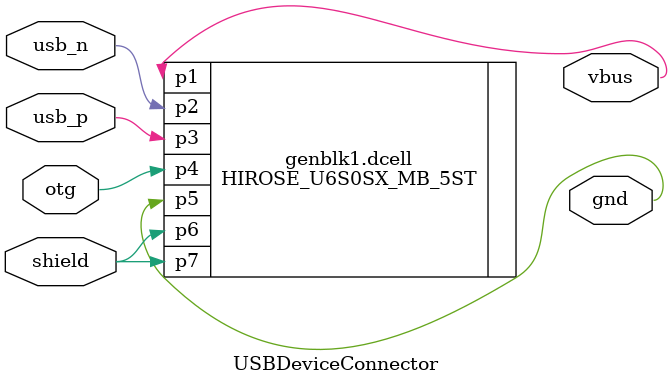
<source format=v>
/***********************************************************************************************************************
*                                                                                                                      *
* ANTIKERNEL v0.1                                                                                                      *
*                                                                                                                      *
* Copyright (c) 2012-2016 Andrew D. Zonenberg                                                                          *
* All rights reserved.                                                                                                 *
*                                                                                                                      *
* Redistribution and use in source and binary forms, with or without modification, are permitted provided that the     *
* following conditions are met:                                                                                        *
*                                                                                                                      *
*    * Redistributions of source code must retain the above copyright notice, this list of conditions, and the         *
*      following disclaimer.                                                                                           *
*                                                                                                                      *
*    * Redistributions in binary form must reproduce the above copyright notice, this list of conditions and the       *
*      following disclaimer in the documentation and/or other materials provided with the distribution.                *
*                                                                                                                      *
*    * Neither the name of the author nor the names of any contributors may be used to endorse or promote products     *
*      derived from this software without specific prior written permission.                                           *
*                                                                                                                      *
* THIS SOFTWARE IS PROVIDED BY THE AUTHORS "AS IS" AND ANY EXPRESS OR IMPLIED WARRANTIES, INCLUDING, BUT NOT LIMITED   *
* TO, THE IMPLIED WARRANTIES OF MERCHANTABILITY AND FITNESS FOR A PARTICULAR PURPOSE ARE DISCLAIMED. IN NO EVENT SHALL *
* THE AUTHORS BE HELD LIABLE FOR ANY DIRECT, INDIRECT, INCIDENTAL, SPECIAL, EXEMPLARY, OR CONSEQUENTIAL DAMAGES        *
* (INCLUDING, BUT NOT LIMITED TO, PROCUREMENT OF SUBSTITUTE GOODS OR SERVICES; LOSS OF USE, DATA, OR PROFITS; OR       *
* BUSINESS INTERRUPTION) HOWEVER CAUSED AND ON ANY THEORY OF LIABILITY, WHETHER IN CONTRACT, STRICT LIABILITY, OR TORT *
* (INCLUDING NEGLIGENCE OR OTHERWISE) ARISING IN ANY WAY OUT OF THE USE OF THIS SOFTWARE, EVEN IF ADVISED OF THE       *
* POSSIBILITY OF SUCH DAMAGE.                                                                                          *
*                                                                                                                      *
***********************************************************************************************************************/

/**
	@file
	@author Andrew D. Zonenberg
	@brief USB connector for a device
 */
module USBDeviceConnector(vbus, usb_p, usb_n, gnd, otg, shield);

	////////////////////////////////////////////////////////////////////////////////////////////////////////////////////
	// I/O / parameter declarations
	
	(* drc_type = "power_out" *) output wire vbus;
	(* drc_type = "bidir" *)     inout wire usb_p;
	(* drc_type = "bidir" *)     inout wire usb_n;
	(* drc_type = "power_out" *) output wire gnd;
	(* drc_type = "bidir" *)     inout wire otg;
	(* drc_type = "passive" *)   inout wire shield;
	
	parameter conntype		= "MINI_B_JACK";
	
	////////////////////////////////////////////////////////////////////////////////////////////////////////////////////
	// DRC logic
	
	////////////////////////////////////////////////////////////////////////////////////////////////////////////////////
	// Create the black-box cell
	
	generate
	
		case(conntype)
			
			"MINI_B_JACK": begin
				(* KEEP *) HIROSE_U6S0SX_MB_5ST #(
					.distributor("digikey"),
					.distributor_part("H11671CT-ND"),
					.value(conntype)
				) dcell (
					.p1(vbus),
					.p2(usb_n),
					.p3(usb_p),
					.p4(otg),
					.p5(gnd),
					.p6(shield),
					.p7(shield)
				);
			end
			
			default: begin
				assert property (1 == 0);
			end
			
		endcase
			
	endgenerate

endmodule

</source>
